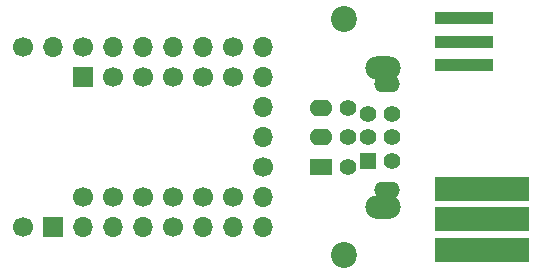
<source format=gbs>
G04 #@! TF.GenerationSoftware,KiCad,Pcbnew,7.0.2*
G04 #@! TF.CreationDate,2024-01-20T07:38:39+00:00*
G04 #@! TF.ProjectId,game-boy-zero-link-board,67616d65-2d62-46f7-992d-7a65726f2d6c,rev?*
G04 #@! TF.SameCoordinates,Original*
G04 #@! TF.FileFunction,Soldermask,Bot*
G04 #@! TF.FilePolarity,Negative*
%FSLAX46Y46*%
G04 Gerber Fmt 4.6, Leading zero omitted, Abs format (unit mm)*
G04 Created by KiCad (PCBNEW 7.0.2) date 2024-01-20 07:38:39*
%MOMM*%
%LPD*%
G01*
G04 APERTURE LIST*
%ADD10R,8.000000X2.000000*%
%ADD11R,5.000000X1.000000*%
%ADD12C,2.200000*%
%ADD13C,1.700000*%
%ADD14O,1.700000X1.700000*%
%ADD15R,1.700000X1.700000*%
%ADD16R,1.940000X1.400000*%
%ADD17R,1.400000X1.400000*%
%ADD18C,1.400000*%
%ADD19O,1.940000X1.400000*%
%ADD20O,3.000000X2.000000*%
%ADD21O,2.200000X1.400000*%
G04 APERTURE END LIST*
D10*
X111260000Y-105385000D03*
X111260000Y-102785000D03*
X111260000Y-100285000D03*
D11*
X109710000Y-89785000D03*
X109710000Y-87785000D03*
X109710000Y-85785000D03*
D12*
X99550000Y-85885000D03*
X99550000Y-105885000D03*
D13*
X72390000Y-88265000D03*
D14*
X74930000Y-88265000D03*
D13*
X77470000Y-88265000D03*
D14*
X80010000Y-88265000D03*
X82550000Y-88265000D03*
X85090000Y-88265000D03*
X87630000Y-88265000D03*
D13*
X90170000Y-88265000D03*
D14*
X92710000Y-88265000D03*
X92710000Y-90805000D03*
X92710000Y-93345000D03*
X92710000Y-95885000D03*
D13*
X92710000Y-98425000D03*
D14*
X92710000Y-100965000D03*
X92710000Y-103505000D03*
X90170000Y-103505000D03*
X87630000Y-103505000D03*
D13*
X85090000Y-103505000D03*
D14*
X82550000Y-103505000D03*
X80010000Y-103505000D03*
X77470000Y-103505000D03*
D15*
X74930000Y-103505000D03*
D13*
X72390000Y-103505000D03*
D15*
X77470000Y-90805000D03*
D13*
X80010000Y-90805000D03*
X82550000Y-90805000D03*
X85090000Y-90805000D03*
X87630000Y-90805000D03*
X90170000Y-90805000D03*
X77470000Y-100965000D03*
X80010000Y-100965000D03*
X82550000Y-100965000D03*
X85090000Y-100965000D03*
X87630000Y-100965000D03*
X90170000Y-100965000D03*
D16*
X97630000Y-98405000D03*
D17*
X101600000Y-97885000D03*
D18*
X99900000Y-98385000D03*
X103600000Y-97885000D03*
D19*
X97630000Y-95885000D03*
D18*
X101600000Y-95885000D03*
X99900000Y-95885000D03*
X103600000Y-95885000D03*
D19*
X97630000Y-93365000D03*
D18*
X101600000Y-93885000D03*
X99900000Y-93385000D03*
X103600000Y-93885000D03*
D20*
X102900000Y-90010000D03*
X102900000Y-101810000D03*
D21*
X103200000Y-91385000D03*
X103200000Y-100385000D03*
M02*

</source>
